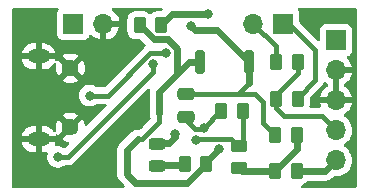
<source format=gbr>
%TF.GenerationSoftware,KiCad,Pcbnew,(6.0.11)*%
%TF.CreationDate,2023-10-05T10:27:58-03:00*%
%TF.ProjectId,gerenciador_de_bateria_2.0,67657265-6e63-4696-9164-6f725f64655f,rev?*%
%TF.SameCoordinates,Original*%
%TF.FileFunction,Copper,L2,Bot*%
%TF.FilePolarity,Positive*%
%FSLAX46Y46*%
G04 Gerber Fmt 4.6, Leading zero omitted, Abs format (unit mm)*
G04 Created by KiCad (PCBNEW (6.0.11)) date 2023-10-05 10:27:58*
%MOMM*%
%LPD*%
G01*
G04 APERTURE LIST*
G04 Aperture macros list*
%AMRoundRect*
0 Rectangle with rounded corners*
0 $1 Rounding radius*
0 $2 $3 $4 $5 $6 $7 $8 $9 X,Y pos of 4 corners*
0 Add a 4 corners polygon primitive as box body*
4,1,4,$2,$3,$4,$5,$6,$7,$8,$9,$2,$3,0*
0 Add four circle primitives for the rounded corners*
1,1,$1+$1,$2,$3*
1,1,$1+$1,$4,$5*
1,1,$1+$1,$6,$7*
1,1,$1+$1,$8,$9*
0 Add four rect primitives between the rounded corners*
20,1,$1+$1,$2,$3,$4,$5,0*
20,1,$1+$1,$4,$5,$6,$7,0*
20,1,$1+$1,$6,$7,$8,$9,0*
20,1,$1+$1,$8,$9,$2,$3,0*%
G04 Aperture macros list end*
%TA.AperFunction,ComponentPad*%
%ADD10R,1.700000X1.700000*%
%TD*%
%TA.AperFunction,ComponentPad*%
%ADD11O,1.700000X1.700000*%
%TD*%
%TA.AperFunction,ComponentPad*%
%ADD12C,1.450000*%
%TD*%
%TA.AperFunction,ComponentPad*%
%ADD13O,1.900000X1.200000*%
%TD*%
%TA.AperFunction,SMDPad,CuDef*%
%ADD14RoundRect,0.250000X0.262500X0.450000X-0.262500X0.450000X-0.262500X-0.450000X0.262500X-0.450000X0*%
%TD*%
%TA.AperFunction,SMDPad,CuDef*%
%ADD15RoundRect,0.250000X-0.262500X-0.450000X0.262500X-0.450000X0.262500X0.450000X-0.262500X0.450000X0*%
%TD*%
%TA.AperFunction,SMDPad,CuDef*%
%ADD16RoundRect,0.250000X-0.450000X0.262500X-0.450000X-0.262500X0.450000X-0.262500X0.450000X0.262500X0*%
%TD*%
%TA.AperFunction,SMDPad,CuDef*%
%ADD17RoundRect,0.250000X-0.475000X0.250000X-0.475000X-0.250000X0.475000X-0.250000X0.475000X0.250000X0*%
%TD*%
%TA.AperFunction,SMDPad,CuDef*%
%ADD18RoundRect,0.200000X0.200000X0.800000X-0.200000X0.800000X-0.200000X-0.800000X0.200000X-0.800000X0*%
%TD*%
%TA.AperFunction,SMDPad,CuDef*%
%ADD19RoundRect,0.243750X-0.456250X0.243750X-0.456250X-0.243750X0.456250X-0.243750X0.456250X0.243750X0*%
%TD*%
%TA.AperFunction,ViaPad*%
%ADD20C,0.800000*%
%TD*%
%TA.AperFunction,Conductor*%
%ADD21C,0.400000*%
%TD*%
%TA.AperFunction,Conductor*%
%ADD22C,0.600000*%
%TD*%
G04 APERTURE END LIST*
D10*
%TO.P,J1,1,Pin_1*%
%TO.N,/BATT*%
X132500000Y-118267400D03*
D11*
%TO.P,J1,2,Pin_2*%
%TO.N,GNDPWR*%
X132500000Y-120807400D03*
%TO.P,J1,3,Pin_3*%
X132500000Y-123347400D03*
%TO.P,J1,4,Pin_4*%
%TO.N,/SYS*%
X132500000Y-125887400D03*
%TO.P,J1,5,Pin_5*%
%TO.N,/TERM*%
X132500000Y-128427400D03*
%TD*%
D12*
%TO.P,USB,6,GND*%
%TO.N,GNDPWR*%
X110022100Y-120633600D03*
D13*
X107322100Y-126633600D03*
X107322100Y-119633600D03*
D12*
X110022100Y-125633600D03*
%TD*%
D11*
%TO.P,GNDPWR,2,Pin_2*%
%TO.N,GNDPWR*%
X112820000Y-116870000D03*
D10*
%TO.P,GNDPWR,1,Pin_1*%
%TO.N,/VIN*%
X110280000Y-116870000D03*
%TD*%
D11*
%TO.P,SDA,2,Pin_2*%
%TO.N,/SDA*%
X125520000Y-116880000D03*
D10*
%TO.P,SDA,1,Pin_1*%
%TO.N,/SCL*%
X128060000Y-116880000D03*
%TD*%
D14*
%TO.P,R1,1*%
%TO.N,Net-(R1-Pad1)*%
X117700000Y-116990000D03*
%TO.P,R1,2*%
%TO.N,/VREF*%
X115875000Y-116990000D03*
%TD*%
D15*
%TO.P,R7,1*%
%TO.N,/SYS*%
X127427500Y-123210000D03*
%TO.P,R7,2*%
%TO.N,/SCL*%
X129252500Y-123210000D03*
%TD*%
D14*
%TO.P,R12,1*%
%TO.N,Net-(R11-Pad2)*%
X129172500Y-126310000D03*
%TO.P,R12,2*%
%TO.N,GNDA*%
X127347500Y-126310000D03*
%TD*%
D15*
%TO.P,R5,1*%
%TO.N,Net-(D1-Pad2)*%
X119686700Y-128727200D03*
%TO.P,R5,2*%
%TO.N,/VREF*%
X121511700Y-128727200D03*
%TD*%
D16*
%TO.P,R4,1*%
%TO.N,Net-(R4-Pad1)*%
X124256800Y-127255900D03*
%TO.P,R4,2*%
%TO.N,Net-(R11-Pad2)*%
X124256800Y-129080900D03*
%TD*%
D15*
%TO.P,R6,1*%
%TO.N,Net-(C11-Pad2)*%
X122787500Y-124290000D03*
%TO.P,R6,2*%
%TO.N,Net-(R4-Pad1)*%
X124612500Y-124290000D03*
%TD*%
D17*
%TO.P,C11,1*%
%TO.N,GNDA*%
X119840000Y-122830000D03*
%TO.P,C11,2*%
%TO.N,Net-(C11-Pad2)*%
X119840000Y-124730000D03*
%TD*%
D14*
%TO.P,R8,1*%
%TO.N,/SYS*%
X129252500Y-120140000D03*
%TO.P,R8,2*%
%TO.N,/SDA*%
X127427500Y-120140000D03*
%TD*%
D18*
%TO.P,SW1,1,1*%
%TO.N,GNDA*%
X125170000Y-120130000D03*
%TO.P,SW1,2,2*%
%TO.N,/VREF*%
X120970000Y-120130000D03*
%TD*%
D14*
%TO.P,R11,1*%
%TO.N,/TERM*%
X129170000Y-129340000D03*
%TO.P,R11,2*%
%TO.N,Net-(R11-Pad2)*%
X127345000Y-129340000D03*
%TD*%
D19*
%TO.P,D1,1,K*%
%TO.N,Net-(D1-Pad1)*%
X117380000Y-127012500D03*
%TO.P,D1,2,A*%
%TO.N,Net-(D1-Pad2)*%
X117380000Y-128887500D03*
%TD*%
D20*
%TO.N,/VREF*%
X122631200Y-127457200D03*
%TO.N,GNDA*%
X120263447Y-117073446D03*
%TO.N,Net-(C11-Pad2)*%
X121305000Y-125705000D03*
%TO.N,Net-(D1-Pad1)*%
X118875500Y-126187200D03*
%TO.N,Net-(R1-Pad1)*%
X121650000Y-116070000D03*
%TO.N,Net-(R4-Pad1)*%
X120670000Y-126695200D03*
%TO.N,GNDPWR*%
X115800631Y-125448705D03*
%TO.N,Net-(U1-Pad25)*%
X118110000Y-119380000D03*
X111640000Y-122950000D03*
%TO.N,Net-(U1-Pad26)*%
X117010000Y-120240000D03*
X108960000Y-128150000D03*
%TD*%
D21*
%TO.N,Net-(U1-Pad26)*%
X117010000Y-120933040D02*
X117010000Y-120240000D01*
%TO.N,/VREF*%
X116110000Y-126650000D02*
X115730000Y-126650000D01*
X117551200Y-125208800D02*
X116110000Y-126650000D01*
X117551200Y-124460793D02*
X117551200Y-125208800D01*
D22*
X120052400Y-120130000D02*
X120970000Y-120130000D01*
X118851200Y-121331200D02*
X119060000Y-121122400D01*
X121511700Y-128727200D02*
X121511700Y-128576700D01*
X115730000Y-126650000D02*
X114790000Y-127590000D01*
X114790000Y-127590000D02*
X114790000Y-129590000D01*
X119918900Y-130320000D02*
X121511700Y-128727200D01*
X117551200Y-122631200D02*
X118851200Y-121331200D01*
X119060000Y-121122400D02*
X119060000Y-118976840D01*
X119060000Y-118976840D02*
X118273160Y-118190000D01*
X121511700Y-128576700D02*
X122631200Y-127457200D01*
X117075000Y-118190000D02*
X115875000Y-116990000D01*
X114790000Y-129590000D02*
X115520000Y-130320000D01*
X118851200Y-121331200D02*
X120052400Y-120130000D01*
X115520000Y-130320000D02*
X119918900Y-130320000D01*
X118273160Y-118190000D02*
X117075000Y-118190000D01*
X117551200Y-124460793D02*
X117551200Y-122631200D01*
%TO.N,GNDA*%
X122438800Y-117398800D02*
X125170000Y-120130000D01*
D21*
X119840000Y-122830000D02*
X124230000Y-122830000D01*
D22*
X120263447Y-117073446D02*
X120588801Y-117398800D01*
X120588801Y-117398800D02*
X122438800Y-117398800D01*
X125170000Y-121890000D02*
X125170000Y-120130000D01*
D21*
X124230000Y-122830000D02*
X125170000Y-121890000D01*
X124230000Y-122830000D02*
X125640000Y-122830000D01*
X125640000Y-122830000D02*
X126300000Y-123490000D01*
X126300000Y-125262500D02*
X127347500Y-126310000D01*
X126300000Y-123490000D02*
X126300000Y-125262500D01*
%TO.N,/SYS*%
X131292600Y-124680000D02*
X132500000Y-125887400D01*
X129252500Y-121047500D02*
X129252500Y-120140000D01*
X127427500Y-123987500D02*
X128120000Y-124680000D01*
X127427500Y-123210000D02*
X127427500Y-122872500D01*
X127427500Y-122872500D02*
X129252500Y-121047500D01*
X128120000Y-124680000D02*
X131292600Y-124680000D01*
X127427500Y-123210000D02*
X127427500Y-123987500D01*
%TO.N,Net-(C11-Pad2)*%
X120570000Y-125760000D02*
X121250000Y-125760000D01*
X119840000Y-124730000D02*
X119840000Y-125030000D01*
X119840000Y-125030000D02*
X120570000Y-125760000D01*
X122787500Y-124290000D02*
X122720000Y-124290000D01*
X122720000Y-124290000D02*
X121305000Y-125705000D01*
X121250000Y-125760000D02*
X121305000Y-125705000D01*
D22*
%TO.N,Net-(D1-Pad1)*%
X118875500Y-126187200D02*
X118875500Y-126488500D01*
X118875500Y-126488500D02*
X118387100Y-126976900D01*
X118387100Y-126976900D02*
X117415600Y-126976900D01*
X117415600Y-126976900D02*
X117380000Y-127012500D01*
%TO.N,Net-(D1-Pad2)*%
X119562000Y-128851900D02*
X117415600Y-128851900D01*
X117415600Y-128851900D02*
X117380000Y-128887500D01*
X119686700Y-128727200D02*
X119562000Y-128851900D01*
D21*
%TO.N,/SCL*%
X129252500Y-123210000D02*
X129252500Y-123137500D01*
X128540000Y-116880000D02*
X128060000Y-116880000D01*
X130770000Y-119110000D02*
X128540000Y-116880000D01*
X130770000Y-121620000D02*
X130770000Y-119110000D01*
X129252500Y-123137500D02*
X130770000Y-121620000D01*
%TO.N,/SDA*%
X127427500Y-120140000D02*
X127427500Y-118787500D01*
X127427500Y-118787500D02*
X125520000Y-116880000D01*
D22*
%TO.N,Net-(R1-Pad1)*%
X118620000Y-116070000D02*
X117700000Y-116990000D01*
X121650000Y-116070000D02*
X118620000Y-116070000D01*
D21*
%TO.N,Net-(R4-Pad1)*%
X120708000Y-126657200D02*
X123658100Y-126657200D01*
X120670000Y-126695200D02*
X120708000Y-126657200D01*
X123658100Y-126657200D02*
X124256800Y-127255900D01*
X124612500Y-126900200D02*
X124256800Y-127255900D01*
X124612500Y-124290000D02*
X124612500Y-126900200D01*
X124256800Y-127255900D02*
X124663200Y-126849500D01*
D22*
%TO.N,Net-(R11-Pad2)*%
X124515900Y-129340000D02*
X124256800Y-129080900D01*
X127345000Y-129340000D02*
X124515900Y-129340000D01*
X129172500Y-126310000D02*
X129172500Y-127512500D01*
X129172500Y-127512500D02*
X127345000Y-129340000D01*
D21*
%TO.N,Net-(U1-Pad25)*%
X113168400Y-122950000D02*
X116738400Y-119380000D01*
X111640000Y-122950000D02*
X113168400Y-122950000D01*
X116738400Y-119380000D02*
X118110000Y-119380000D01*
%TO.N,Net-(U1-Pad26)*%
X117010000Y-120933040D02*
X109793040Y-128150000D01*
X109793040Y-128150000D02*
X108960000Y-128150000D01*
D22*
%TO.N,/TERM*%
X129170000Y-129340000D02*
X131587400Y-129340000D01*
X131587400Y-129340000D02*
X132500000Y-128427400D01*
%TD*%
%TA.AperFunction,Conductor*%
%TO.N,GNDPWR*%
G36*
X134191121Y-115528502D02*
G01*
X134237614Y-115582158D01*
X134249000Y-115634500D01*
X134249000Y-130632700D01*
X134228998Y-130700821D01*
X134175342Y-130747314D01*
X134123000Y-130758700D01*
X129701528Y-130758700D01*
X129633407Y-130738698D01*
X129586914Y-130685042D01*
X129576810Y-130614768D01*
X129606304Y-130550188D01*
X129661652Y-130513177D01*
X129749491Y-130483872D01*
X129749503Y-130483866D01*
X129756446Y-130481550D01*
X129906848Y-130388478D01*
X130031805Y-130263303D01*
X130035644Y-130257075D01*
X130035648Y-130257070D01*
X130065659Y-130208383D01*
X130118431Y-130160890D01*
X130172918Y-130148500D01*
X131578186Y-130148500D01*
X131579506Y-130148507D01*
X131669621Y-130149451D01*
X131711997Y-130140289D01*
X131724563Y-130138231D01*
X131767655Y-130133397D01*
X131774306Y-130131081D01*
X131774310Y-130131080D01*
X131799330Y-130122367D01*
X131814142Y-130118204D01*
X131840019Y-130112609D01*
X131846910Y-130111119D01*
X131886213Y-130092792D01*
X131897989Y-130088010D01*
X131938952Y-130073745D01*
X131944927Y-130070011D01*
X131944930Y-130070010D01*
X131967395Y-130055973D01*
X131980912Y-130048634D01*
X132004914Y-130037441D01*
X132004915Y-130037440D01*
X132011302Y-130034462D01*
X132037808Y-130013902D01*
X132045553Y-130007894D01*
X132056012Y-130000598D01*
X132086804Y-129981358D01*
X132086807Y-129981356D01*
X132092776Y-129977626D01*
X132121579Y-129949024D01*
X132122204Y-129948439D01*
X132122870Y-129947922D01*
X132148860Y-129921932D01*
X132221482Y-129849815D01*
X132222140Y-129848778D01*
X132223243Y-129847549D01*
X132252718Y-129818074D01*
X132315030Y-129784048D01*
X132346428Y-129781254D01*
X132422619Y-129784048D01*
X132556673Y-129788964D01*
X132556677Y-129788964D01*
X132561837Y-129789153D01*
X132566957Y-129788497D01*
X132566959Y-129788497D01*
X132778288Y-129761425D01*
X132778289Y-129761425D01*
X132783416Y-129760768D01*
X132788366Y-129759283D01*
X132992429Y-129698061D01*
X132992434Y-129698059D01*
X132997384Y-129696574D01*
X133197994Y-129598296D01*
X133379860Y-129468573D01*
X133538096Y-129310889D01*
X133578179Y-129255108D01*
X133665435Y-129133677D01*
X133668453Y-129129477D01*
X133763464Y-128937237D01*
X133765136Y-128933853D01*
X133765137Y-128933851D01*
X133767430Y-128929211D01*
X133816410Y-128768000D01*
X133830865Y-128720423D01*
X133830865Y-128720421D01*
X133832370Y-128715469D01*
X133861529Y-128493990D01*
X133861611Y-128490640D01*
X133863074Y-128430765D01*
X133863074Y-128430761D01*
X133863156Y-128427400D01*
X133844852Y-128204761D01*
X133790431Y-127988102D01*
X133701354Y-127783240D01*
X133640252Y-127688790D01*
X133582822Y-127600017D01*
X133582820Y-127600014D01*
X133580014Y-127595677D01*
X133429670Y-127430451D01*
X133425619Y-127427252D01*
X133425615Y-127427248D01*
X133258414Y-127295200D01*
X133258410Y-127295198D01*
X133254359Y-127291998D01*
X133213053Y-127269196D01*
X133163084Y-127218764D01*
X133148312Y-127149321D01*
X133173428Y-127082916D01*
X133200780Y-127056309D01*
X133268988Y-127007657D01*
X133379860Y-126928573D01*
X133392311Y-126916166D01*
X133534435Y-126774537D01*
X133538096Y-126770889D01*
X133597594Y-126688089D01*
X133665435Y-126593677D01*
X133668453Y-126589477D01*
X133710070Y-126505272D01*
X133765136Y-126393853D01*
X133765137Y-126393851D01*
X133767430Y-126389211D01*
X133832370Y-126175469D01*
X133861529Y-125953990D01*
X133861658Y-125948700D01*
X133863074Y-125890765D01*
X133863074Y-125890761D01*
X133863156Y-125887400D01*
X133844852Y-125664761D01*
X133790431Y-125448102D01*
X133701354Y-125243240D01*
X133580014Y-125055677D01*
X133429670Y-124890451D01*
X133425619Y-124887252D01*
X133425615Y-124887248D01*
X133258414Y-124755200D01*
X133258410Y-124755198D01*
X133254359Y-124751998D01*
X133212569Y-124728929D01*
X133162598Y-124678497D01*
X133147826Y-124609054D01*
X133172942Y-124542648D01*
X133200294Y-124516041D01*
X133375328Y-124391192D01*
X133383200Y-124384539D01*
X133534052Y-124234212D01*
X133540730Y-124226365D01*
X133665003Y-124053420D01*
X133670313Y-124044583D01*
X133764670Y-123853667D01*
X133768469Y-123844072D01*
X133830377Y-123640310D01*
X133832555Y-123630237D01*
X133833986Y-123619362D01*
X133831775Y-123605178D01*
X133818617Y-123601400D01*
X131183225Y-123601400D01*
X131169694Y-123605373D01*
X131168257Y-123615366D01*
X131198565Y-123749846D01*
X131201646Y-123759680D01*
X131217245Y-123798097D01*
X131224341Y-123868738D01*
X131192118Y-123932001D01*
X131130808Y-123967801D01*
X131100502Y-123971500D01*
X130384326Y-123971500D01*
X130316205Y-123951498D01*
X130269712Y-123897842D01*
X130259608Y-123827568D01*
X130260809Y-123820854D01*
X130262797Y-123814861D01*
X130264071Y-123802432D01*
X130269458Y-123749846D01*
X130273500Y-123710400D01*
X130273500Y-123170660D01*
X130293502Y-123102539D01*
X130310405Y-123081565D01*
X131250520Y-122141450D01*
X131256785Y-122135596D01*
X131272943Y-122121500D01*
X131300385Y-122097561D01*
X131337129Y-122045280D01*
X131341061Y-122039986D01*
X131375791Y-121995693D01*
X131380476Y-121989718D01*
X131383599Y-121982802D01*
X131384983Y-121980516D01*
X131393357Y-121965835D01*
X131394622Y-121963475D01*
X131398990Y-121957261D01*
X131406784Y-121937272D01*
X131422202Y-121897725D01*
X131424747Y-121891670D01*
X131426261Y-121888317D01*
X131472522Y-121834466D01*
X131540557Y-121814173D01*
X131608763Y-121833884D01*
X131621580Y-121843228D01*
X131714433Y-121920316D01*
X131722881Y-121926231D01*
X131792479Y-121966901D01*
X131841203Y-122018540D01*
X131854274Y-122088323D01*
X131827543Y-122154094D01*
X131787087Y-122187453D01*
X131778462Y-122191942D01*
X131769738Y-122197436D01*
X131599433Y-122325305D01*
X131591726Y-122332148D01*
X131444590Y-122486117D01*
X131438104Y-122494127D01*
X131318098Y-122670049D01*
X131313000Y-122679023D01*
X131223338Y-122872183D01*
X131219775Y-122881870D01*
X131164389Y-123081583D01*
X131165912Y-123090007D01*
X131178292Y-123093400D01*
X132227885Y-123093400D01*
X132243124Y-123088925D01*
X132244329Y-123087535D01*
X132246000Y-123079852D01*
X132246000Y-123075285D01*
X132754000Y-123075285D01*
X132758475Y-123090524D01*
X132759865Y-123091729D01*
X132767548Y-123093400D01*
X133818344Y-123093400D01*
X133831875Y-123089427D01*
X133833180Y-123080347D01*
X133791214Y-122913275D01*
X133787894Y-122903524D01*
X133702972Y-122708214D01*
X133698105Y-122699139D01*
X133582426Y-122520326D01*
X133576136Y-122512157D01*
X133432806Y-122354640D01*
X133425273Y-122347615D01*
X133258139Y-122215622D01*
X133249552Y-122209917D01*
X133212116Y-122189251D01*
X133162146Y-122138819D01*
X133147374Y-122069376D01*
X133172490Y-122002971D01*
X133199842Y-121976364D01*
X133375327Y-121851192D01*
X133383200Y-121844539D01*
X133534052Y-121694212D01*
X133540730Y-121686365D01*
X133665003Y-121513420D01*
X133670313Y-121504583D01*
X133764670Y-121313667D01*
X133768469Y-121304072D01*
X133830377Y-121100310D01*
X133832555Y-121090237D01*
X133833986Y-121079362D01*
X133831775Y-121065178D01*
X133818617Y-121061400D01*
X132772115Y-121061400D01*
X132756876Y-121065875D01*
X132755671Y-121067265D01*
X132754000Y-121074948D01*
X132754000Y-123075285D01*
X132246000Y-123075285D01*
X132246000Y-120679400D01*
X132266002Y-120611279D01*
X132319658Y-120564786D01*
X132372000Y-120553400D01*
X133818344Y-120553400D01*
X133831875Y-120549427D01*
X133833180Y-120540347D01*
X133791214Y-120373275D01*
X133787894Y-120363524D01*
X133702972Y-120168214D01*
X133698105Y-120159139D01*
X133582426Y-119980326D01*
X133576136Y-119972157D01*
X133432293Y-119814077D01*
X133401241Y-119750231D01*
X133409635Y-119679733D01*
X133454812Y-119624964D01*
X133481256Y-119611295D01*
X133588297Y-119571167D01*
X133596705Y-119568015D01*
X133713261Y-119480661D01*
X133800615Y-119364105D01*
X133851745Y-119227716D01*
X133858500Y-119165534D01*
X133858500Y-117369266D01*
X133851745Y-117307084D01*
X133800615Y-117170695D01*
X133713261Y-117054139D01*
X133596705Y-116966785D01*
X133460316Y-116915655D01*
X133398134Y-116908900D01*
X131601866Y-116908900D01*
X131539684Y-116915655D01*
X131403295Y-116966785D01*
X131286739Y-117054139D01*
X131199385Y-117170695D01*
X131148255Y-117307084D01*
X131141500Y-117369266D01*
X131141500Y-118175340D01*
X131121498Y-118243461D01*
X131067842Y-118289954D01*
X130997568Y-118300058D01*
X130932988Y-118270564D01*
X130926405Y-118264435D01*
X129455405Y-116793435D01*
X129421379Y-116731123D01*
X129418500Y-116704340D01*
X129418500Y-115981866D01*
X129411745Y-115919684D01*
X129360615Y-115783295D01*
X129305732Y-115710065D01*
X129280884Y-115643559D01*
X129295937Y-115574176D01*
X129346111Y-115523946D01*
X129406558Y-115508500D01*
X134123000Y-115508500D01*
X134191121Y-115528502D01*
G37*
%TD.AperFunction*%
%TA.AperFunction,Conductor*%
G36*
X108994068Y-115528502D02*
G01*
X109040561Y-115582158D01*
X109050665Y-115652432D01*
X109026773Y-115710065D01*
X109004753Y-115739447D01*
X108979385Y-115773295D01*
X108928255Y-115909684D01*
X108921500Y-115971866D01*
X108921500Y-117768134D01*
X108928255Y-117830316D01*
X108979385Y-117966705D01*
X109066739Y-118083261D01*
X109183295Y-118170615D01*
X109319684Y-118221745D01*
X109381866Y-118228500D01*
X111178134Y-118228500D01*
X111240316Y-118221745D01*
X111376705Y-118170615D01*
X111493261Y-118083261D01*
X111580615Y-117966705D01*
X111621652Y-117857240D01*
X111624798Y-117848848D01*
X111667440Y-117792084D01*
X111734001Y-117767384D01*
X111803350Y-117782592D01*
X111838017Y-117810580D01*
X111863218Y-117839673D01*
X111870580Y-117846883D01*
X112034434Y-117982916D01*
X112042881Y-117988831D01*
X112226756Y-118096279D01*
X112236042Y-118100729D01*
X112435001Y-118176703D01*
X112444899Y-118179579D01*
X112548250Y-118200606D01*
X112562299Y-118199410D01*
X112566000Y-118189065D01*
X112566000Y-118188517D01*
X113074000Y-118188517D01*
X113078064Y-118202359D01*
X113091478Y-118204393D01*
X113098184Y-118203534D01*
X113108262Y-118201392D01*
X113312255Y-118140191D01*
X113321842Y-118136433D01*
X113513095Y-118042739D01*
X113521945Y-118037464D01*
X113695328Y-117913792D01*
X113703200Y-117907139D01*
X113854052Y-117756812D01*
X113860730Y-117748965D01*
X113985003Y-117576020D01*
X113990313Y-117567183D01*
X114084670Y-117376267D01*
X114088469Y-117366672D01*
X114150377Y-117162910D01*
X114152555Y-117152837D01*
X114153986Y-117141962D01*
X114151775Y-117127778D01*
X114138617Y-117124000D01*
X113092115Y-117124000D01*
X113076876Y-117128475D01*
X113075671Y-117129865D01*
X113074000Y-117137548D01*
X113074000Y-118188517D01*
X112566000Y-118188517D01*
X112566000Y-116742000D01*
X112586002Y-116673879D01*
X112639658Y-116627386D01*
X112692000Y-116616000D01*
X114138344Y-116616000D01*
X114151875Y-116612027D01*
X114153180Y-116602947D01*
X114111214Y-116435875D01*
X114107894Y-116426124D01*
X114022972Y-116230814D01*
X114018105Y-116221739D01*
X113902426Y-116042926D01*
X113896136Y-116034757D01*
X113752806Y-115877240D01*
X113745273Y-115870215D01*
X113574081Y-115735017D01*
X113575138Y-115733679D01*
X113534316Y-115685093D01*
X113525282Y-115614674D01*
X113555753Y-115550549D01*
X113616056Y-115513078D01*
X113649712Y-115508500D01*
X117733919Y-115508500D01*
X117802040Y-115528502D01*
X117848533Y-115582158D01*
X117858637Y-115652432D01*
X117829143Y-115717012D01*
X117823014Y-115723595D01*
X117802014Y-115744595D01*
X117739702Y-115778621D01*
X117712919Y-115781500D01*
X117387100Y-115781500D01*
X117383854Y-115781837D01*
X117383850Y-115781837D01*
X117288192Y-115791762D01*
X117288188Y-115791763D01*
X117281334Y-115792474D01*
X117274798Y-115794655D01*
X117274796Y-115794655D01*
X117142694Y-115838728D01*
X117113554Y-115848450D01*
X116963152Y-115941522D01*
X116882677Y-116022138D01*
X116876716Y-116028109D01*
X116814434Y-116062188D01*
X116743614Y-116057185D01*
X116698525Y-116028264D01*
X116615983Y-115945866D01*
X116610803Y-115940695D01*
X116604572Y-115936854D01*
X116466468Y-115851725D01*
X116466466Y-115851724D01*
X116460238Y-115847885D01*
X116299754Y-115794655D01*
X116298889Y-115794368D01*
X116298887Y-115794368D01*
X116292361Y-115792203D01*
X116285525Y-115791503D01*
X116285522Y-115791502D01*
X116242469Y-115787091D01*
X116187900Y-115781500D01*
X115562100Y-115781500D01*
X115558854Y-115781837D01*
X115558850Y-115781837D01*
X115463192Y-115791762D01*
X115463188Y-115791763D01*
X115456334Y-115792474D01*
X115449798Y-115794655D01*
X115449796Y-115794655D01*
X115317694Y-115838728D01*
X115288554Y-115848450D01*
X115138152Y-115941522D01*
X115013195Y-116066697D01*
X114920385Y-116217262D01*
X114864703Y-116385139D01*
X114854000Y-116489600D01*
X114854000Y-117490400D01*
X114854337Y-117493646D01*
X114854337Y-117493650D01*
X114862884Y-117576020D01*
X114864974Y-117596166D01*
X114867155Y-117602702D01*
X114867155Y-117602704D01*
X114871357Y-117615298D01*
X114920950Y-117763946D01*
X115014022Y-117914348D01*
X115139197Y-118039305D01*
X115145427Y-118043145D01*
X115145428Y-118043146D01*
X115282381Y-118127565D01*
X115289762Y-118132115D01*
X115369505Y-118158564D01*
X115451111Y-118185632D01*
X115451113Y-118185632D01*
X115457639Y-118187797D01*
X115464475Y-118188497D01*
X115464478Y-118188498D01*
X115507531Y-118192909D01*
X115562100Y-118198500D01*
X115887918Y-118198500D01*
X115956039Y-118218502D01*
X115977013Y-118235405D01*
X116348302Y-118606694D01*
X116382328Y-118669006D01*
X116377263Y-118739821D01*
X116335920Y-118795745D01*
X116330705Y-118799748D01*
X116324396Y-118804588D01*
X116319068Y-118808459D01*
X116272680Y-118840339D01*
X116272675Y-118840344D01*
X116266419Y-118844643D01*
X116261368Y-118850313D01*
X116261366Y-118850314D01*
X116224965Y-118891170D01*
X116219984Y-118896446D01*
X112911835Y-122204595D01*
X112849523Y-122238621D01*
X112822740Y-122241500D01*
X112251405Y-122241500D01*
X112183284Y-122221498D01*
X112177344Y-122217436D01*
X112102094Y-122162763D01*
X112102093Y-122162762D01*
X112096752Y-122158882D01*
X112090724Y-122156198D01*
X112090722Y-122156197D01*
X111928319Y-122083891D01*
X111928318Y-122083891D01*
X111922288Y-122081206D01*
X111828887Y-122061353D01*
X111741944Y-122042872D01*
X111741939Y-122042872D01*
X111735487Y-122041500D01*
X111544513Y-122041500D01*
X111538061Y-122042872D01*
X111538056Y-122042872D01*
X111451113Y-122061353D01*
X111357712Y-122081206D01*
X111351682Y-122083891D01*
X111351681Y-122083891D01*
X111189278Y-122156197D01*
X111189276Y-122156198D01*
X111183248Y-122158882D01*
X111177907Y-122162762D01*
X111177906Y-122162763D01*
X111141449Y-122189251D01*
X111028747Y-122271134D01*
X111024326Y-122276044D01*
X111024325Y-122276045D01*
X110988196Y-122316171D01*
X110900960Y-122413056D01*
X110887718Y-122435992D01*
X110824936Y-122544734D01*
X110805473Y-122578444D01*
X110746458Y-122760072D01*
X110726496Y-122950000D01*
X110727186Y-122956565D01*
X110745457Y-123130400D01*
X110746458Y-123139928D01*
X110805473Y-123321556D01*
X110900960Y-123486944D01*
X110905378Y-123491851D01*
X110905379Y-123491852D01*
X111024325Y-123623955D01*
X111028747Y-123628866D01*
X111091053Y-123674134D01*
X111170916Y-123732158D01*
X111183248Y-123741118D01*
X111189276Y-123743802D01*
X111189278Y-123743803D01*
X111348878Y-123814861D01*
X111357712Y-123818794D01*
X111451112Y-123838647D01*
X111538056Y-123857128D01*
X111538061Y-123857128D01*
X111544513Y-123858500D01*
X111735487Y-123858500D01*
X111741939Y-123857128D01*
X111741944Y-123857128D01*
X111828888Y-123838647D01*
X111922288Y-123818794D01*
X111931122Y-123814861D01*
X112090722Y-123743803D01*
X112090724Y-123743802D01*
X112096752Y-123741118D01*
X112109085Y-123732158D01*
X112177344Y-123682564D01*
X112244211Y-123658706D01*
X112251405Y-123658500D01*
X112978380Y-123658500D01*
X113046501Y-123678502D01*
X113092994Y-123732158D01*
X113103098Y-123802432D01*
X113073604Y-123867012D01*
X113067475Y-123873595D01*
X111453922Y-125487148D01*
X111391610Y-125521174D01*
X111320795Y-125516109D01*
X111263959Y-125473562D01*
X111240741Y-125419931D01*
X111239583Y-125413363D01*
X111186590Y-125215588D01*
X111182844Y-125205296D01*
X111096314Y-125019732D01*
X111090831Y-125010237D01*
X111065740Y-124974403D01*
X111055261Y-124966027D01*
X111041815Y-124973095D01*
X109360874Y-126654036D01*
X109354444Y-126665811D01*
X109363740Y-126677826D01*
X109398737Y-126702331D01*
X109408232Y-126707814D01*
X109593796Y-126794344D01*
X109604088Y-126798090D01*
X109801863Y-126851083D01*
X109808431Y-126852241D01*
X109872044Y-126883767D01*
X109908514Y-126944681D01*
X109906262Y-127015642D01*
X109875648Y-127065422D01*
X109588666Y-127352404D01*
X109526354Y-127386430D01*
X109455539Y-127381365D01*
X109425511Y-127365245D01*
X109422099Y-127362766D01*
X109422093Y-127362763D01*
X109416752Y-127358882D01*
X109410724Y-127356198D01*
X109410722Y-127356197D01*
X109248319Y-127283891D01*
X109248318Y-127283891D01*
X109242288Y-127281206D01*
X109148888Y-127261353D01*
X109061944Y-127242872D01*
X109061939Y-127242872D01*
X109055487Y-127241500D01*
X108864513Y-127241500D01*
X108858057Y-127242872D01*
X108858050Y-127242873D01*
X108834044Y-127247976D01*
X108763254Y-127242575D01*
X108706620Y-127199759D01*
X108682126Y-127133122D01*
X108688818Y-127083397D01*
X108751507Y-126902873D01*
X108751748Y-126901884D01*
X108750280Y-126891592D01*
X108736715Y-126887600D01*
X107594215Y-126887600D01*
X107578976Y-126892075D01*
X107577771Y-126893465D01*
X107576100Y-126901148D01*
X107576100Y-127723485D01*
X107580575Y-127738724D01*
X107581965Y-127739929D01*
X107589648Y-127741600D01*
X107721932Y-127741600D01*
X107727908Y-127741315D01*
X107876594Y-127727129D01*
X107888328Y-127724870D01*
X107940628Y-127709527D01*
X108011624Y-127709544D01*
X108071341Y-127747942D01*
X108100819Y-127812530D01*
X108095930Y-127869367D01*
X108066458Y-127960072D01*
X108065768Y-127966633D01*
X108065768Y-127966635D01*
X108047362Y-128141762D01*
X108046496Y-128150000D01*
X108047186Y-128156565D01*
X108065480Y-128330620D01*
X108066458Y-128339928D01*
X108125473Y-128521556D01*
X108220960Y-128686944D01*
X108225378Y-128691851D01*
X108225379Y-128691852D01*
X108328367Y-128806232D01*
X108348747Y-128828866D01*
X108393554Y-128861420D01*
X108493249Y-128933853D01*
X108503248Y-128941118D01*
X108509276Y-128943802D01*
X108509278Y-128943803D01*
X108671681Y-129016109D01*
X108677712Y-129018794D01*
X108771113Y-129038647D01*
X108858056Y-129057128D01*
X108858061Y-129057128D01*
X108864513Y-129058500D01*
X109055487Y-129058500D01*
X109061939Y-129057128D01*
X109061944Y-129057128D01*
X109148887Y-129038647D01*
X109242288Y-129018794D01*
X109248319Y-129016109D01*
X109410722Y-128943803D01*
X109410724Y-128943802D01*
X109416752Y-128941118D01*
X109426752Y-128933853D01*
X109497344Y-128882564D01*
X109564211Y-128858706D01*
X109571405Y-128858500D01*
X109764128Y-128858500D01*
X109772698Y-128858792D01*
X109822816Y-128862209D01*
X109822820Y-128862209D01*
X109830392Y-128862725D01*
X109837869Y-128861420D01*
X109837870Y-128861420D01*
X109864348Y-128856799D01*
X109893343Y-128851738D01*
X109899861Y-128850777D01*
X109963282Y-128843102D01*
X109970383Y-128840419D01*
X109972992Y-128839778D01*
X109989302Y-128835315D01*
X109991838Y-128834550D01*
X109999324Y-128833243D01*
X110057840Y-128807556D01*
X110063944Y-128805065D01*
X110116588Y-128785173D01*
X110116589Y-128785172D01*
X110123696Y-128782487D01*
X110129959Y-128778183D01*
X110132325Y-128776946D01*
X110147137Y-128768701D01*
X110149391Y-128767368D01*
X110156345Y-128764315D01*
X110207042Y-128725413D01*
X110212372Y-128721541D01*
X110258760Y-128689661D01*
X110258765Y-128689656D01*
X110265021Y-128685357D01*
X110306476Y-128638829D01*
X110311456Y-128633554D01*
X116533016Y-122411994D01*
X116595328Y-122377968D01*
X116666143Y-122383033D01*
X116722979Y-122425580D01*
X116747790Y-122492100D01*
X116745319Y-122523817D01*
X116745371Y-122523823D01*
X116745209Y-122525220D01*
X116744881Y-122529434D01*
X116742976Y-122537685D01*
X116742951Y-122544731D01*
X116742951Y-122544734D01*
X116742834Y-122578256D01*
X116742805Y-122579138D01*
X116742700Y-122579969D01*
X116742700Y-122616619D01*
X116742699Y-122617059D01*
X116742413Y-122699139D01*
X116742343Y-122719070D01*
X116742611Y-122720270D01*
X116742700Y-122721907D01*
X116742700Y-124506403D01*
X116757803Y-124641048D01*
X116760120Y-124647701D01*
X116760120Y-124647702D01*
X116795570Y-124749501D01*
X116817455Y-124812345D01*
X116821049Y-124818097D01*
X116832429Y-124888067D01*
X116804131Y-124953180D01*
X116796498Y-124961531D01*
X116370931Y-125387099D01*
X115948747Y-125809283D01*
X115886434Y-125843308D01*
X115843253Y-125842879D01*
X115843000Y-125844940D01*
X115836007Y-125844081D01*
X115829155Y-125842449D01*
X115822112Y-125842375D01*
X115822110Y-125842375D01*
X115733851Y-125841451D01*
X115647779Y-125840549D01*
X115585128Y-125854095D01*
X115477379Y-125877391D01*
X115477375Y-125877392D01*
X115470490Y-125878881D01*
X115306098Y-125955538D01*
X115300538Y-125959851D01*
X115300536Y-125959852D01*
X115252294Y-125997272D01*
X115194530Y-126042078D01*
X114224842Y-127011766D01*
X114223905Y-127012694D01*
X114189000Y-127046876D01*
X114159493Y-127075771D01*
X114136002Y-127112221D01*
X114128583Y-127122546D01*
X114101524Y-127156443D01*
X114098459Y-127162784D01*
X114098458Y-127162785D01*
X114086928Y-127186637D01*
X114079399Y-127200054D01*
X114061235Y-127228238D01*
X114058827Y-127234855D01*
X114058824Y-127234860D01*
X114046408Y-127268973D01*
X114041447Y-127280716D01*
X114025646Y-127313403D01*
X114025644Y-127313408D01*
X114022579Y-127319749D01*
X114020996Y-127326607D01*
X114020995Y-127326609D01*
X114015035Y-127352426D01*
X114010668Y-127367169D01*
X113999197Y-127398685D01*
X113998314Y-127405675D01*
X113998312Y-127405683D01*
X113993762Y-127441701D01*
X113991526Y-127454253D01*
X113984032Y-127486715D01*
X113981776Y-127496485D01*
X113981751Y-127503531D01*
X113981751Y-127503534D01*
X113981634Y-127537056D01*
X113981605Y-127537938D01*
X113981500Y-127538769D01*
X113981500Y-127575419D01*
X113981499Y-127575859D01*
X113981166Y-127671362D01*
X113981143Y-127677870D01*
X113981411Y-127679070D01*
X113981500Y-127680707D01*
X113981500Y-129580786D01*
X113981493Y-129582106D01*
X113980549Y-129672221D01*
X113989711Y-129714597D01*
X113991769Y-129727163D01*
X113996603Y-129770255D01*
X113998919Y-129776906D01*
X113998920Y-129776910D01*
X114007633Y-129801930D01*
X114011796Y-129816742D01*
X114018881Y-129849510D01*
X114037208Y-129888813D01*
X114041990Y-129900589D01*
X114056255Y-129941552D01*
X114059989Y-129947527D01*
X114059990Y-129947530D01*
X114074027Y-129969995D01*
X114081366Y-129983512D01*
X114089334Y-130000598D01*
X114095538Y-130013902D01*
X114099855Y-130019467D01*
X114099856Y-130019469D01*
X114122106Y-130048153D01*
X114129402Y-130058612D01*
X114152374Y-130095376D01*
X114157334Y-130100371D01*
X114157335Y-130100372D01*
X114180976Y-130124179D01*
X114181561Y-130124804D01*
X114182078Y-130125470D01*
X114208068Y-130151460D01*
X114280185Y-130224082D01*
X114281222Y-130224740D01*
X114282451Y-130225843D01*
X114600213Y-130543605D01*
X114634239Y-130605917D01*
X114629174Y-130676732D01*
X114586627Y-130733568D01*
X114520107Y-130758379D01*
X114511118Y-130758700D01*
X105231700Y-130758700D01*
X105163579Y-130738698D01*
X105117086Y-130685042D01*
X105105700Y-130632700D01*
X105105700Y-126900999D01*
X105896812Y-126900999D01*
X105918294Y-126990137D01*
X105922183Y-127001432D01*
X106004729Y-127182982D01*
X106010676Y-127193324D01*
X106126068Y-127355997D01*
X106133861Y-127365025D01*
X106277931Y-127502942D01*
X106287296Y-127510338D01*
X106454841Y-127618521D01*
X106465445Y-127624017D01*
X106650412Y-127698561D01*
X106661870Y-127701955D01*
X106859028Y-127740457D01*
X106867891Y-127741534D01*
X106870600Y-127741600D01*
X107049985Y-127741600D01*
X107065224Y-127737125D01*
X107066429Y-127735735D01*
X107068100Y-127728052D01*
X107068100Y-126905715D01*
X107063625Y-126890476D01*
X107062235Y-126889271D01*
X107054552Y-126887600D01*
X105911698Y-126887600D01*
X105898167Y-126891573D01*
X105896812Y-126900999D01*
X105105700Y-126900999D01*
X105105700Y-126365316D01*
X105892452Y-126365316D01*
X105893920Y-126375608D01*
X105907485Y-126379600D01*
X107049985Y-126379600D01*
X107065224Y-126375125D01*
X107066429Y-126373735D01*
X107068100Y-126366052D01*
X107068100Y-126361485D01*
X107576100Y-126361485D01*
X107580575Y-126376724D01*
X107581965Y-126377929D01*
X107589648Y-126379600D01*
X108732502Y-126379600D01*
X108746032Y-126375627D01*
X108750196Y-126346662D01*
X108779689Y-126282081D01*
X108839415Y-126243697D01*
X108910412Y-126243697D01*
X108970138Y-126282080D01*
X108978125Y-126292320D01*
X108978458Y-126292795D01*
X108988939Y-126301173D01*
X109002385Y-126294105D01*
X109650078Y-125646412D01*
X109657692Y-125632468D01*
X109657561Y-125630635D01*
X109653310Y-125624020D01*
X109001664Y-124972374D01*
X108989889Y-124965944D01*
X108977874Y-124975240D01*
X108953369Y-125010237D01*
X108947886Y-125019732D01*
X108861356Y-125205296D01*
X108857610Y-125215588D01*
X108804618Y-125413359D01*
X108802715Y-125424154D01*
X108784869Y-125628125D01*
X108784869Y-125639075D01*
X108802715Y-125843046D01*
X108804618Y-125853838D01*
X108821527Y-125916944D01*
X108819837Y-125987921D01*
X108780043Y-126046717D01*
X108714779Y-126074665D01*
X108644765Y-126062892D01*
X108597051Y-126022456D01*
X108518138Y-125911210D01*
X108510339Y-125902175D01*
X108366269Y-125764258D01*
X108356904Y-125756862D01*
X108189359Y-125648679D01*
X108178755Y-125643183D01*
X107993788Y-125568639D01*
X107982330Y-125565245D01*
X107785172Y-125526743D01*
X107776309Y-125525666D01*
X107773600Y-125525600D01*
X107594215Y-125525600D01*
X107578976Y-125530075D01*
X107577771Y-125531465D01*
X107576100Y-125539148D01*
X107576100Y-126361485D01*
X107068100Y-126361485D01*
X107068100Y-125543715D01*
X107063625Y-125528476D01*
X107062235Y-125527271D01*
X107054552Y-125525600D01*
X106922268Y-125525600D01*
X106916292Y-125525885D01*
X106767606Y-125540071D01*
X106755872Y-125542330D01*
X106564501Y-125598472D01*
X106553425Y-125602902D01*
X106376122Y-125694219D01*
X106366076Y-125700669D01*
X106209243Y-125823862D01*
X106200594Y-125832099D01*
X106069888Y-125982723D01*
X106062953Y-125992447D01*
X105963090Y-126165067D01*
X105958116Y-126175931D01*
X105892693Y-126364327D01*
X105892452Y-126365316D01*
X105105700Y-126365316D01*
X105105700Y-124600439D01*
X109354527Y-124600439D01*
X109361595Y-124613885D01*
X110009288Y-125261578D01*
X110023232Y-125269192D01*
X110025065Y-125269061D01*
X110031680Y-125264810D01*
X110683326Y-124613164D01*
X110689756Y-124601389D01*
X110680460Y-124589374D01*
X110645463Y-124564869D01*
X110635968Y-124559386D01*
X110450404Y-124472856D01*
X110440112Y-124469110D01*
X110242341Y-124416118D01*
X110231546Y-124414215D01*
X110027575Y-124396369D01*
X110016625Y-124396369D01*
X109812654Y-124414215D01*
X109801859Y-124416118D01*
X109604088Y-124469110D01*
X109593796Y-124472856D01*
X109408232Y-124559386D01*
X109398737Y-124564869D01*
X109362903Y-124589960D01*
X109354527Y-124600439D01*
X105105700Y-124600439D01*
X105105700Y-121665811D01*
X109354444Y-121665811D01*
X109363740Y-121677826D01*
X109398737Y-121702331D01*
X109408232Y-121707814D01*
X109593796Y-121794344D01*
X109604088Y-121798090D01*
X109801859Y-121851082D01*
X109812654Y-121852985D01*
X110016625Y-121870831D01*
X110027575Y-121870831D01*
X110231546Y-121852985D01*
X110242341Y-121851082D01*
X110440112Y-121798090D01*
X110450404Y-121794344D01*
X110635968Y-121707814D01*
X110645463Y-121702331D01*
X110681297Y-121677240D01*
X110689673Y-121666761D01*
X110682605Y-121653315D01*
X110034912Y-121005622D01*
X110020968Y-120998008D01*
X110019135Y-120998139D01*
X110012520Y-121002390D01*
X109360874Y-121654036D01*
X109354444Y-121665811D01*
X105105700Y-121665811D01*
X105105700Y-119900999D01*
X105896812Y-119900999D01*
X105918294Y-119990137D01*
X105922183Y-120001432D01*
X106004729Y-120182982D01*
X106010676Y-120193324D01*
X106126068Y-120355997D01*
X106133861Y-120365025D01*
X106277931Y-120502942D01*
X106287296Y-120510338D01*
X106454841Y-120618521D01*
X106465445Y-120624017D01*
X106650412Y-120698561D01*
X106661870Y-120701955D01*
X106859028Y-120740457D01*
X106867891Y-120741534D01*
X106870600Y-120741600D01*
X107049985Y-120741600D01*
X107065224Y-120737125D01*
X107066429Y-120735735D01*
X107068100Y-120728052D01*
X107068100Y-120723485D01*
X107576100Y-120723485D01*
X107580575Y-120738724D01*
X107581965Y-120739929D01*
X107589648Y-120741600D01*
X107721932Y-120741600D01*
X107727908Y-120741315D01*
X107876594Y-120727129D01*
X107888328Y-120724870D01*
X108079699Y-120668728D01*
X108090775Y-120664298D01*
X108268078Y-120572981D01*
X108278124Y-120566531D01*
X108434957Y-120443338D01*
X108443606Y-120435101D01*
X108574312Y-120284477D01*
X108581247Y-120274753D01*
X108588875Y-120261568D01*
X108640300Y-120212619D01*
X108710026Y-120199244D01*
X108775914Y-120225689D01*
X108817045Y-120283557D01*
X108819646Y-120357274D01*
X108804618Y-120413359D01*
X108802715Y-120424154D01*
X108784869Y-120628125D01*
X108784869Y-120639075D01*
X108802715Y-120843046D01*
X108804618Y-120853841D01*
X108857610Y-121051612D01*
X108861356Y-121061904D01*
X108947886Y-121247468D01*
X108953369Y-121256963D01*
X108978460Y-121292797D01*
X108988939Y-121301173D01*
X109002385Y-121294105D01*
X109650078Y-120646412D01*
X109656456Y-120634732D01*
X110386508Y-120634732D01*
X110386639Y-120636565D01*
X110390890Y-120643180D01*
X111042536Y-121294826D01*
X111054311Y-121301256D01*
X111066326Y-121291960D01*
X111090831Y-121256963D01*
X111096314Y-121247468D01*
X111182844Y-121061904D01*
X111186590Y-121051612D01*
X111239582Y-120853841D01*
X111241485Y-120843046D01*
X111259331Y-120639075D01*
X111259331Y-120628125D01*
X111241485Y-120424154D01*
X111239582Y-120413359D01*
X111186590Y-120215588D01*
X111182844Y-120205296D01*
X111096314Y-120019732D01*
X111090831Y-120010237D01*
X111065740Y-119974403D01*
X111055261Y-119966027D01*
X111041815Y-119973095D01*
X110394122Y-120620788D01*
X110386508Y-120634732D01*
X109656456Y-120634732D01*
X109657692Y-120632468D01*
X109657561Y-120630635D01*
X109653310Y-120624020D01*
X109001664Y-119972374D01*
X108989889Y-119965944D01*
X108962739Y-119986949D01*
X108961797Y-119985732D01*
X108926170Y-120014210D01*
X108855551Y-120021520D01*
X108792190Y-119989489D01*
X108756205Y-119928288D01*
X108753675Y-119915399D01*
X108750280Y-119891592D01*
X108736715Y-119887600D01*
X107594215Y-119887600D01*
X107578976Y-119892075D01*
X107577771Y-119893465D01*
X107576100Y-119901148D01*
X107576100Y-120723485D01*
X107068100Y-120723485D01*
X107068100Y-119905715D01*
X107063625Y-119890476D01*
X107062235Y-119889271D01*
X107054552Y-119887600D01*
X105911698Y-119887600D01*
X105898167Y-119891573D01*
X105896812Y-119900999D01*
X105105700Y-119900999D01*
X105105700Y-119600439D01*
X109354527Y-119600439D01*
X109361595Y-119613885D01*
X110009288Y-120261578D01*
X110023232Y-120269192D01*
X110025065Y-120269061D01*
X110031680Y-120264810D01*
X110683326Y-119613164D01*
X110689756Y-119601389D01*
X110680460Y-119589374D01*
X110645463Y-119564869D01*
X110635968Y-119559386D01*
X110450404Y-119472856D01*
X110440112Y-119469110D01*
X110242341Y-119416118D01*
X110231546Y-119414215D01*
X110027575Y-119396369D01*
X110016625Y-119396369D01*
X109812654Y-119414215D01*
X109801859Y-119416118D01*
X109604088Y-119469110D01*
X109593796Y-119472856D01*
X109408232Y-119559386D01*
X109398737Y-119564869D01*
X109362903Y-119589960D01*
X109354527Y-119600439D01*
X105105700Y-119600439D01*
X105105700Y-119365316D01*
X105892452Y-119365316D01*
X105893920Y-119375608D01*
X105907485Y-119379600D01*
X107049985Y-119379600D01*
X107065224Y-119375125D01*
X107066429Y-119373735D01*
X107068100Y-119366052D01*
X107068100Y-119361485D01*
X107576100Y-119361485D01*
X107580575Y-119376724D01*
X107581965Y-119377929D01*
X107589648Y-119379600D01*
X108732502Y-119379600D01*
X108746033Y-119375627D01*
X108747388Y-119366201D01*
X108725906Y-119277063D01*
X108722017Y-119265768D01*
X108639471Y-119084218D01*
X108633524Y-119073876D01*
X108518132Y-118911203D01*
X108510339Y-118902175D01*
X108366269Y-118764258D01*
X108356904Y-118756862D01*
X108189359Y-118648679D01*
X108178755Y-118643183D01*
X107993788Y-118568639D01*
X107982330Y-118565245D01*
X107785172Y-118526743D01*
X107776309Y-118525666D01*
X107773600Y-118525600D01*
X107594215Y-118525600D01*
X107578976Y-118530075D01*
X107577771Y-118531465D01*
X107576100Y-118539148D01*
X107576100Y-119361485D01*
X107068100Y-119361485D01*
X107068100Y-118543715D01*
X107063625Y-118528476D01*
X107062235Y-118527271D01*
X107054552Y-118525600D01*
X106922268Y-118525600D01*
X106916292Y-118525885D01*
X106767606Y-118540071D01*
X106755872Y-118542330D01*
X106564501Y-118598472D01*
X106553425Y-118602902D01*
X106376122Y-118694219D01*
X106366076Y-118700669D01*
X106209243Y-118823862D01*
X106200594Y-118832099D01*
X106069888Y-118982723D01*
X106062953Y-118992447D01*
X105963090Y-119165067D01*
X105958116Y-119175931D01*
X105892693Y-119364327D01*
X105892452Y-119365316D01*
X105105700Y-119365316D01*
X105105700Y-115634500D01*
X105125702Y-115566379D01*
X105179358Y-115519886D01*
X105231700Y-115508500D01*
X108925947Y-115508500D01*
X108994068Y-115528502D01*
G37*
%TD.AperFunction*%
%TD*%
M02*

</source>
